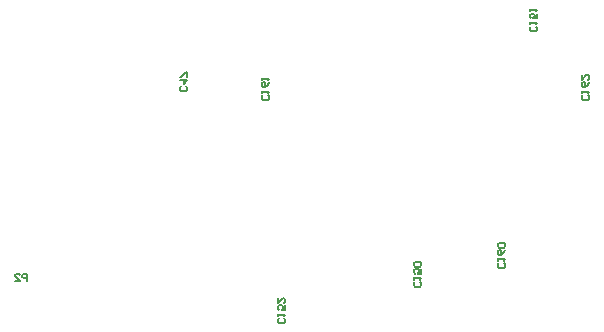
<source format=gbr>
%TF.GenerationSoftware,Altium Limited,Altium Designer,23.9.2 (47)*%
G04 Layer_Color=32768*
%FSLAX45Y45*%
%MOMM*%
%TF.SameCoordinates,F1AFF133-CB08-443C-B5AD-2193434A7FAF*%
%TF.FilePolarity,Positive*%
%TF.FileFunction,Other,Bottom_Designator*%
%TF.Part,Single*%
G01*
G75*
%TA.AperFunction,NonConductor*%
%ADD108C,0.15000*%
D108*
X1493734Y1375009D02*
Y1434990D01*
X1463743D01*
X1453747Y1424993D01*
Y1405000D01*
X1463743Y1395003D01*
X1493734D01*
X1393766Y1375009D02*
X1433753D01*
X1393766Y1414996D01*
Y1424993D01*
X1403763Y1434990D01*
X1423756D01*
X1433753Y1424993D01*
X4819994Y1365021D02*
X4829991Y1355024D01*
Y1335031D01*
X4819994Y1325034D01*
X4780007D01*
X4770010Y1335031D01*
Y1355024D01*
X4780007Y1365021D01*
X4770010Y1385015D02*
Y1405008D01*
Y1395011D01*
X4829991D01*
X4819994Y1385015D01*
X4829991Y1474985D02*
Y1434998D01*
X4800000D01*
X4809997Y1454992D01*
Y1464988D01*
X4800000Y1474985D01*
X4780007D01*
X4770010Y1464988D01*
Y1444995D01*
X4780007Y1434998D01*
X4819994Y1494979D02*
X4829991Y1504975D01*
Y1524969D01*
X4819994Y1534966D01*
X4780007D01*
X4770010Y1524969D01*
Y1504975D01*
X4780007Y1494979D01*
X4819994D01*
X5799993Y3525018D02*
X5809990Y3515021D01*
Y3495028D01*
X5799993Y3485031D01*
X5760007D01*
X5750010Y3495028D01*
Y3515021D01*
X5760007Y3525018D01*
X5750010Y3545011D02*
Y3565005D01*
Y3555008D01*
X5809990D01*
X5799993Y3545011D01*
X5809990Y3634982D02*
Y3594995D01*
X5780000D01*
X5789997Y3614989D01*
Y3624985D01*
X5780000Y3634982D01*
X5760007D01*
X5750010Y3624985D01*
Y3604992D01*
X5760007Y3594995D01*
X5750010Y3654976D02*
Y3674969D01*
Y3664972D01*
X5809990D01*
X5799993Y3654976D01*
X3669994Y1055021D02*
X3679991Y1045024D01*
Y1025031D01*
X3669994Y1015034D01*
X3630007D01*
X3620010Y1025031D01*
Y1045024D01*
X3630007Y1055021D01*
X3620010Y1075015D02*
Y1095008D01*
Y1085011D01*
X3679991D01*
X3669994Y1075015D01*
X3679991Y1164985D02*
Y1124998D01*
X3650000D01*
X3659997Y1144992D01*
Y1154989D01*
X3650000Y1164985D01*
X3630007D01*
X3620010Y1154989D01*
Y1134995D01*
X3630007Y1124998D01*
X3620010Y1224966D02*
Y1184979D01*
X3659997Y1224966D01*
X3669994D01*
X3679991Y1214969D01*
Y1194976D01*
X3669994Y1184979D01*
X2839994Y3020013D02*
X2849990Y3010016D01*
Y2990022D01*
X2839994Y2980026D01*
X2800007D01*
X2790010Y2990022D01*
Y3010016D01*
X2800007Y3020013D01*
X2790010Y3069997D02*
X2849990D01*
X2820000Y3040006D01*
Y3079993D01*
X2849990Y3099987D02*
Y3139974D01*
X2839994D01*
X2800007Y3099987D01*
X2790010D01*
X5529994Y1525021D02*
X5539990Y1515024D01*
Y1495031D01*
X5529994Y1485034D01*
X5490007D01*
X5480010Y1495031D01*
Y1515024D01*
X5490007Y1525021D01*
X5480010Y1545015D02*
Y1565008D01*
Y1555011D01*
X5539990D01*
X5529994Y1545015D01*
X5539990Y1634985D02*
X5529994Y1614992D01*
X5510000Y1594998D01*
X5490007D01*
X5480010Y1604995D01*
Y1624989D01*
X5490007Y1634985D01*
X5500003D01*
X5510000Y1624989D01*
Y1594998D01*
X5529994Y1654979D02*
X5539990Y1664976D01*
Y1684969D01*
X5529994Y1694966D01*
X5490007D01*
X5480010Y1684969D01*
Y1664976D01*
X5490007Y1654979D01*
X5529994D01*
X3529993Y2945018D02*
X3539990Y2935021D01*
Y2915028D01*
X3529993Y2905031D01*
X3490006D01*
X3480010Y2915028D01*
Y2935021D01*
X3490006Y2945018D01*
X3480010Y2965012D02*
Y2985005D01*
Y2975008D01*
X3539990D01*
X3529993Y2965012D01*
X3539990Y3054982D02*
X3529993Y3034989D01*
X3510000Y3014995D01*
X3490006D01*
X3480010Y3024992D01*
Y3044986D01*
X3490006Y3054982D01*
X3500003D01*
X3510000Y3044986D01*
Y3014995D01*
X3480010Y3074976D02*
Y3094969D01*
Y3084972D01*
X3539990D01*
X3529993Y3074976D01*
X6239993Y2945021D02*
X6249990Y2935025D01*
Y2915031D01*
X6239993Y2905034D01*
X6200006D01*
X6190010Y2915031D01*
Y2935025D01*
X6200006Y2945021D01*
X6190010Y2965015D02*
Y2985009D01*
Y2975012D01*
X6249990D01*
X6239993Y2965015D01*
X6249990Y3054986D02*
X6239993Y3034992D01*
X6220000Y3014999D01*
X6200006D01*
X6190010Y3024995D01*
Y3044989D01*
X6200006Y3054986D01*
X6210003D01*
X6220000Y3044989D01*
Y3014999D01*
X6190010Y3114966D02*
Y3074979D01*
X6229997Y3114966D01*
X6239993D01*
X6249990Y3104969D01*
Y3084976D01*
X6239993Y3074979D01*
%TF.MD5,a7b75d393cc4f8835b3e35dd3945d7ff*%
M02*

</source>
